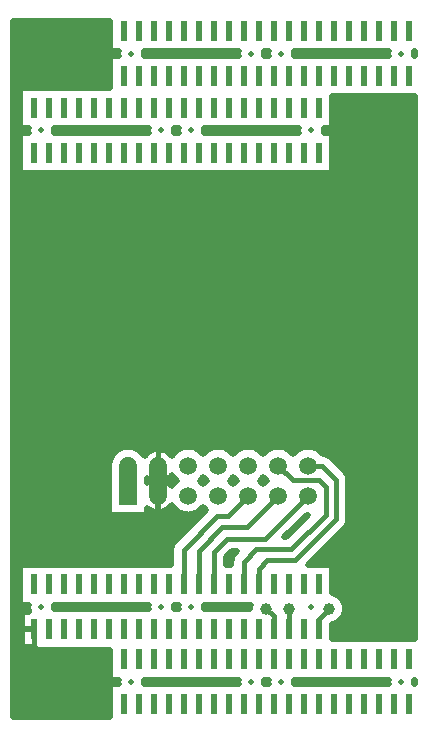
<source format=gbr>
%FSTAX42Y42*%
%MOMM*%
%SFA1B1*%

%IPPOS*%
%ADD10C,0.499999*%
%ADD11C,0.399999*%
%ADD12C,0.299999*%
%ADD14R,1.499997X1.499997*%
%ADD15C,1.499997*%
%ADD16C,0.499999*%
%ADD17C,0.999998*%
%ADD18R,0.599999X1.699997*%
%ADD19C,1.499997*%
%LNpcb_monitoring_connecta10-1*%
%LPD*%
G54D10*
X-000053Y005669D02*
D01*
X-000054Y005677*
X-000055Y005685*
X-000054Y00569*
X-000053Y005669D02*
D01*
X-000054Y005677*
X-000055Y005685*
X-000054Y00569*
Y005649D02*
D01*
X-000053Y005657*
X-000053Y005665*
X-000053Y005669*
X-000054Y005649D02*
D01*
X-000053Y005657*
X-000053Y005665*
X-000053Y005669*
X-000271Y00569D02*
D01*
X-000273Y005683*
X-000273Y005675*
X-000273Y005668*
X-000273Y00566*
X-000272Y005652*
X-000271Y005649*
Y00569D02*
D01*
X-000273Y005683*
X-000273Y005675*
X-000273Y005668*
X-000273Y00566*
X-000272Y005652*
X-000271Y005649*
X-001069Y005669D02*
D01*
X-00107Y005677*
X-001071Y005685*
X-00107Y00569*
X-001069Y005669D02*
D01*
X-00107Y005677*
X-001071Y005685*
X-00107Y00569*
Y005649D02*
D01*
X-001069Y005657*
X-001069Y005665*
X-001069Y005669*
X-00107Y005649D02*
D01*
X-001069Y005657*
X-001069Y005665*
X-001069Y005669*
X-000815Y005022D02*
D01*
X-000816Y00503*
X-000817Y005038*
X-000817Y005042*
X-000815Y005022D02*
D01*
X-000816Y00503*
X-000817Y005038*
X-000817Y005042*
Y005001D02*
D01*
X-000816Y005009*
X-000816Y005017*
X-000815Y005022*
X-001033Y005042D02*
D01*
X-001035Y005035*
X-001035Y005027*
X-001035Y00502*
X-001035Y005012*
X-001034Y005004*
X-001033Y005001*
X-000817D02*
D01*
X-000816Y005009*
X-000816Y005017*
X-000815Y005022*
X-001033Y005042D02*
D01*
X-001035Y005035*
X-001035Y005027*
X-001035Y00502*
X-001035Y005012*
X-001034Y005004*
X-001033Y005001*
X-000759Y002251D02*
D01*
X-000765Y002256*
X-000771Y002261*
X-000777Y002265*
X-000783Y002269*
X-000789Y002272*
X-000796Y002275*
X-000803Y002278*
X-00081Y002279*
X-000817Y002281*
X-000824Y002282*
X-000826Y002281*
X-000759Y002251D02*
D01*
X-000765Y002256*
X-000771Y002261*
X-000777Y002265*
X-000783Y002269*
X-000789Y002272*
X-000796Y002275*
X-000803Y002278*
X-00081Y002279*
X-000817Y002281*
X-000824Y002282*
X-000826Y002281*
D01*
X-000834Y00229*
X-000842Y002298*
X-00085Y002305*
X-000859Y002312*
X-000868Y002318*
X-000878Y002324*
X-000888Y002328*
X-000898Y002333*
X-000909Y002336*
X-00092Y002338*
X-000931Y00234*
X-000942Y002341*
X-000953Y002342*
X-000965Y002341*
X-000976Y00234*
X-000987Y002338*
X-000997Y002335*
X-001008Y002331*
X-001018Y002327*
X-001028Y002322*
X-001038Y002316*
X-001047Y00231*
X-001056Y002303*
X-001064Y002295*
X-001072Y002287*
X-001078Y002278*
D01*
X-001086Y002287*
X-001093Y002295*
X-001101Y002303*
X-00111Y00231*
X-001119Y002316*
X-001129Y002322*
X-001139Y002327*
X-001149Y002331*
X-00116Y002335*
X-001171Y002337*
X-001182Y002339*
X-001193Y002341*
X-001204Y002341*
X-001215Y002341*
X-001226Y00234*
X-001237Y002338*
X-001248Y002336*
X-001259Y002332*
X-001269Y002328*
X-001279Y002323*
X-001289Y002318*
X-001298Y002312*
X-001307Y002305*
X-001315Y002298*
X-001323Y00229*
X-00133Y002281*
X-001332Y002278*
X-001287Y00569D02*
D01*
X-001289Y005683*
X-001289Y005675*
X-001289Y005668*
X-001289Y00566*
X-001288Y005652*
X-001287Y005649*
Y00569D02*
D01*
X-001289Y005683*
X-001289Y005675*
X-001289Y005668*
X-001289Y00566*
X-001288Y005652*
X-001287Y005649*
X-001324D02*
D01*
X-001323Y005657*
X-001323Y005665*
X-001323Y005669*
D01*
X-001324Y005677*
X-001325Y005685*
X-001324Y00569*
X-001323Y005669D02*
D01*
X-001324Y005677*
X-001325Y005685*
X-001324Y00569*
X-001541D02*
D01*
X-001543Y005683*
X-001543Y005675*
X-001543Y005668*
X-001543Y00566*
X-001542Y005652*
X-001541Y005649*
Y00569D02*
D01*
X-001543Y005683*
X-001543Y005675*
X-001543Y005668*
X-001543Y00566*
X-001542Y005652*
X-001541Y005649*
X-001324D02*
D01*
X-001323Y005657*
X-001323Y005665*
X-001323Y005669*
X-001831Y005022D02*
D01*
X-001832Y00503*
X-001833Y005038*
X-001833Y005042*
X-001332Y002278D02*
D01*
X-00134Y002287*
X-001347Y002295*
X-001355Y002303*
X-001364Y00231*
X-001373Y002316*
X-001383Y002322*
X-001393Y002327*
X-001403Y002331*
X-001414Y002335*
X-001425Y002337*
X-001436Y002339*
X-001447Y002341*
X-001458Y002341*
X-001469Y002341*
X-00148Y00234*
X-001491Y002338*
X-001502Y002336*
X-001513Y002332*
X-001523Y002328*
X-001533Y002323*
X-001543Y002318*
X-001552Y002312*
X-001561Y002305*
X-001569Y002298*
X-001577Y00229*
X-001584Y002281*
X-001586Y002278*
X-001831Y005022D02*
D01*
X-001832Y00503*
X-001833Y005038*
X-001833Y005042*
Y005001D02*
D01*
X-001832Y005009*
X-001832Y005017*
X-001831Y005022*
X-001833Y005001D02*
D01*
X-001832Y005009*
X-001832Y005017*
X-001831Y005022*
X-001586Y002278D02*
D01*
X-001594Y002287*
X-001601Y002295*
X-001609Y002303*
X-001618Y00231*
X-001627Y002316*
X-001637Y002322*
X-001647Y002327*
X-001657Y002331*
X-001668Y002335*
X-001679Y002337*
X-00169Y002339*
X-001701Y002341*
X-001712Y002341*
X-001723Y002341*
X-001734Y00234*
X-001745Y002338*
X-001756Y002336*
X-001767Y002332*
X-001777Y002328*
X-001787Y002323*
X-001797Y002318*
X-001806Y002312*
X-001815Y002305*
X-001823Y002298*
X-001831Y00229*
X-001838Y002281*
X-00184Y002278*
X-000611Y002059D02*
D01*
X-000612Y002067*
X-000613Y002074*
X-000614Y002081*
X-000616Y002088*
X-000618Y002095*
X-000621Y002102*
X-000624Y002109*
X-000627Y002115*
X-000632Y002121*
X-000636Y002127*
X-000641Y002132*
X-000641Y002133*
X-000611Y002059D02*
D01*
X-000612Y002067*
X-000613Y002074*
X-000614Y002081*
X-000616Y002088*
X-000618Y002095*
X-000621Y002102*
X-000624Y002109*
X-000627Y002115*
X-000632Y002121*
X-000636Y002127*
X-000641Y002132*
X-000641Y002133*
Y001652D02*
D01*
X-000637Y001658*
X-000632Y001664*
X-000628Y00167*
X-000624Y001676*
X-000621Y001682*
X-000618Y001689*
X-000615Y001696*
X-000614Y001703*
X-000612Y00171*
X-000611Y001717*
X-000611Y001725*
X-000611Y001726*
X-000641Y001652D02*
D01*
X-000637Y001658*
X-000632Y001664*
X-000628Y00167*
X-000624Y001676*
X-000621Y001682*
X-000618Y001689*
X-000615Y001696*
X-000614Y001703*
X-000612Y00171*
X-000611Y001717*
X-000611Y001725*
X-000611Y001726*
X-000962Y001767D02*
D01*
X-00096Y001767*
X-000958Y001767*
X-000956Y001767*
X-000954Y001767*
X-000951Y001767*
Y001767*
X-000639Y000969D02*
D01*
X-00064Y000979*
X-000641Y000988*
X-000642Y000998*
X-000645Y001007*
X-000648Y001016*
X-000651Y001024*
X-000655Y001033*
X-00066Y001041*
X-000665Y001049*
X-000671Y001056*
X-000677Y001063*
X-000684Y00107*
X-000691Y001076*
X-000699Y001081*
X-000707Y001086*
X-000715Y001091*
X-000724Y001095*
X-000733Y001098*
X-000742Y0011*
X-000747Y001101*
Y000837D02*
D01*
X-000738Y00084*
X-000729Y000843*
X-000721Y000846*
X-000712Y00085*
X-000704Y000855*
X-000696Y00086*
X-000689Y000866*
X-000682Y000872*
X-000675Y000879*
X-000669Y000886*
X-000663Y000893*
X-000658Y000901*
X-000654Y00091*
X-00065Y000918*
X-000647Y000927*
X-000644Y000936*
X-000642Y000945*
X-000641Y000954*
X-00064Y000964*
X-000639Y000969*
X-000053Y000349D02*
D01*
X-000054Y000357*
X-000055Y000365*
X-000055Y00037*
X-000053Y000349D02*
D01*
X-000054Y000357*
X-000055Y000365*
X-000055Y00037*
Y000329D02*
D01*
X-000054Y000337*
X-000054Y000345*
X-000053Y000349*
X-000271Y00037D02*
D01*
X-000273Y000363*
X-000273Y000355*
X-000273Y000348*
X-000273Y00034*
X-000272Y000332*
X-000271Y000329*
Y00037D02*
D01*
X-000273Y000363*
X-000273Y000355*
X-000273Y000348*
X-000273Y00034*
X-000272Y000332*
X-000271Y000329*
X-000055D02*
D01*
X-000054Y000337*
X-000054Y000345*
X-000053Y000349*
X-001302Y002054D02*
D01*
X-001311Y002047*
X-001319Y00204*
X-001327Y002032*
X-001332Y002024*
Y002084D02*
D01*
X-001325Y002076*
X-001318Y002068*
X-00131Y00206*
X-001302Y002054*
X-001362D02*
D01*
X-001354Y002062*
X-001346Y002069*
X-001338Y002077*
X-001332Y002084*
X-001586D02*
D01*
X-001579Y002076*
X-001572Y002068*
X-001564Y00206*
X-001556Y002054*
X-001332Y002024D02*
D01*
X-00134Y002033*
X-001347Y002041*
X-001355Y002049*
X-001362Y002054*
X-001556D02*
D01*
X-001565Y002047*
X-001573Y00204*
X-001581Y002032*
X-001586Y002024*
X-001437Y001005D02*
D01*
X-00144Y000996*
X-001441Y000987*
X-001442Y000978*
X-001442Y000968*
X-001441Y000964*
X-001571Y00144D02*
D01*
X-001576Y001435*
X-001581Y001429*
X-001585Y001423*
X-001589Y001417*
X-001592Y001411*
X-001595Y001404*
X-001598Y001397*
X-001599Y00139*
X-001601Y001383*
X-001602Y001376*
X-001602Y001368*
X-001602Y001365*
X-001571Y00144D02*
D01*
X-001576Y001435*
X-001581Y001429*
X-001585Y001423*
X-001589Y001417*
X-001592Y001411*
X-001595Y001404*
X-001598Y001397*
X-001599Y00139*
X-001601Y001383*
X-001602Y001376*
X-001602Y001368*
X-001602Y001365*
X-001586Y002024D02*
D01*
X-001594Y002033*
X-001601Y002041*
X-001609Y002049*
X-001616Y002054*
D01*
X-001608Y002062*
X-0016Y002069*
X-001592Y002077*
X-001586Y002084*
X-00184D02*
D01*
X-001833Y002076*
X-001826Y002068*
X-001818Y00206*
X-00181Y002054*
D01*
X-001819Y002047*
X-001827Y00204*
X-001835Y002032*
X-00184Y002024*
Y00183D02*
D01*
X-001833Y001822*
X-001826Y001814*
X-001817Y001806*
X-00187Y002054D02*
D01*
X-001862Y002062*
X-001854Y002069*
X-001846Y002077*
X-00184Y002084*
Y002024D02*
D01*
X-001848Y002033*
X-001855Y002041*
X-001863Y002049*
X-00187Y002054*
X-001831Y000984D02*
D01*
X-001832Y000992*
X-001833Y001*
X-001833Y001005*
X-001831Y000984D02*
D01*
X-001832Y000992*
X-001833Y001*
X-001833Y001005*
Y000964D02*
D01*
X-001832Y000972*
X-001832Y00098*
X-001831Y000984*
X-001069Y000349D02*
D01*
X-00107Y000357*
X-001071Y000365*
X-001071Y00037*
Y000329D02*
D01*
X-00107Y000337*
X-00107Y000345*
X-001069Y000349*
D01*
X-00107Y000357*
X-001071Y000365*
X-001071Y00037*
X-001323Y000349D02*
D01*
X-001324Y000357*
X-001325Y000365*
X-001325Y00037*
X-001323Y000349D02*
D01*
X-001324Y000357*
X-001325Y000365*
X-001325Y00037*
X-001071Y000329D02*
D01*
X-00107Y000337*
X-00107Y000345*
X-001069Y000349*
X-001287Y00037D02*
D01*
X-001289Y000363*
X-001289Y000355*
X-001289Y000348*
X-001289Y00034*
X-001288Y000332*
X-001287Y000329*
Y00037D02*
D01*
X-001289Y000363*
X-001289Y000355*
X-001289Y000348*
X-001289Y00034*
X-001288Y000332*
X-001287Y000329*
X-001541Y00037D02*
D01*
X-001543Y000363*
X-001543Y000355*
X-001543Y000348*
X-001543Y00034*
X-001542Y000332*
X-001541Y000329*
Y00037D02*
D01*
X-001543Y000363*
X-001543Y000355*
X-001543Y000348*
X-001543Y00034*
X-001542Y000332*
X-001541Y000329*
X-001325D02*
D01*
X-001324Y000337*
X-001324Y000345*
X-001323Y000349*
X-001325Y000329D02*
D01*
X-001324Y000337*
X-001324Y000345*
X-001323Y000349*
X-001833Y000964D02*
D01*
X-001832Y000972*
X-001832Y00098*
X-001831Y000984*
X-002049Y005042D02*
D01*
X-002051Y005035*
X-002051Y005027*
X-002051Y00502*
X-002051Y005012*
X-00205Y005004*
X-002049Y005001*
Y005042D02*
D01*
X-002051Y005035*
X-002051Y005027*
X-002051Y00502*
X-002051Y005012*
X-00205Y005004*
X-002049Y005001*
X-002085Y005022D02*
D01*
X-002086Y00503*
X-002087Y005038*
X-002087Y005042*
X-002085Y005022D02*
D01*
X-002086Y00503*
X-002087Y005038*
X-002087Y005042*
Y005001D02*
D01*
X-002086Y005009*
X-002086Y005017*
X-002085Y005022*
X-002087Y005001D02*
D01*
X-002086Y005009*
X-002086Y005017*
X-002085Y005022*
X-002303Y005042D02*
D01*
X-002305Y005035*
X-002305Y005027*
X-002305Y00502*
X-002305Y005012*
X-002304Y005004*
X-002303Y005001*
Y005042D02*
D01*
X-002305Y005035*
X-002305Y005027*
X-002305Y00502*
X-002305Y005012*
X-002304Y005004*
X-002303Y005001*
X-002339Y005669D02*
D01*
X-00234Y005677*
X-002341Y005685*
X-00234Y00569*
X-002339Y005669D02*
D01*
X-00234Y005677*
X-002341Y005685*
X-00234Y00569*
Y005649D02*
D01*
X-002339Y005657*
X-002339Y005665*
X-002339Y005669*
X-00234Y005649D02*
D01*
X-002339Y005657*
X-002339Y005665*
X-002339Y005669*
X-00184Y002278D02*
D01*
X-001848Y002287*
X-001855Y002295*
X-001863Y002303*
X-001872Y00231*
X-001881Y002316*
X-001891Y002322*
X-001901Y002327*
X-001911Y002331*
X-001922Y002335*
X-001933Y002337*
X-001944Y002339*
X-001955Y002341*
X-001966Y002341*
X-001977Y002341*
X-001988Y00234*
X-001999Y002338*
X-00201Y002336*
X-002021Y002332*
X-002031Y002328*
X-002041Y002323*
X-002051Y002318*
X-00206Y002312*
X-002069Y002305*
X-002077Y002298*
X-002085Y00229*
X-002092Y002281*
X-002099Y002272*
X-002105Y002263*
X-002106Y002261*
D01*
X-002112Y002269*
X-002119Y002277*
X-002126Y002284*
X-002133Y00229*
X-002141Y002296*
X-002149Y002301*
X-002158Y002306*
X-002166Y00231*
X-002175Y002314*
X-002185Y002317*
X-002194Y002319*
X-002204Y00232*
X-002214Y002321*
X-002224Y002322*
X-002233Y002321*
X-002243Y00232*
X-002253Y002318*
X-002262Y002316*
X-002271Y002312*
X-00228Y002309*
X-002289Y002304*
X-002297Y002299*
X-002305Y002294*
X-002313Y002288*
X-00232Y002281*
X-002327Y002274*
X-002333Y002266*
X-002336Y002261*
D01*
X-002342Y002271*
X-002349Y00228*
X-002356Y002289*
X-002364Y002297*
X-002372Y002304*
X-002381Y002311*
X-00239Y002317*
X-0024Y002323*
X-00241Y002328*
X-00242Y002332*
X-002431Y002336*
X-002442Y002338*
X-002453Y00234*
X-002464Y002341*
X-002475Y002342*
X-002486Y002342*
X-002498Y00234*
X-002509Y002338*
X-002519Y002336*
X-00253Y002332*
X-002541Y002328*
X-002551Y002323*
X-00256Y002318*
X-00257Y002311*
X-002578Y002304*
X-002587Y002297*
X-002595Y002289*
X-002602Y00228*
X-002608Y002271*
X-002609Y002269*
X-002336Y002261D02*
D01*
X-002342Y002271*
X-002349Y00228*
X-002356Y002289*
X-002364Y002297*
X-002372Y002304*
X-002381Y002311*
X-00239Y002317*
X-0024Y002323*
X-00241Y002328*
X-00242Y002332*
X-002431Y002336*
X-002442Y002338*
X-002453Y00234*
X-002464Y002341*
X-002475Y002342*
X-002486Y002342*
X-002498Y00234*
X-002509Y002338*
X-002519Y002336*
X-00253Y002332*
X-002541Y002328*
X-002551Y002323*
X-00256Y002318*
X-00257Y002311*
X-002578Y002304*
X-002587Y002297*
X-002595Y002289*
X-002602Y00228*
X-002608Y002271*
X-002609Y002269*
X-002557Y00569D02*
D01*
X-002559Y005683*
X-002559Y005675*
X-002559Y005668*
X-002559Y00566*
X-002558Y005652*
X-002557Y005649*
Y00569D02*
D01*
X-002559Y005683*
X-002559Y005675*
X-002559Y005668*
X-002559Y00566*
X-002558Y005652*
X-002557Y005649*
X-002609Y002269D02*
D01*
X-002615Y00226*
X-00262Y00225*
X-002625Y00224*
X-002629Y002229*
X-002632Y002218*
X-002634Y002207*
X-002635Y002196*
X-002636Y002185*
X-002635Y002181*
X-002609Y002269D02*
D01*
X-002615Y00226*
X-00262Y00225*
X-002625Y00224*
X-002629Y002229*
X-002632Y002218*
X-002634Y002207*
X-002635Y002196*
X-002636Y002185*
X-002635Y002181*
X-003101Y005022D02*
D01*
X-003102Y00503*
X-003103Y005038*
X-003103Y005042*
X-003101Y005022D02*
D01*
X-003102Y00503*
X-003103Y005038*
X-003103Y005042*
Y005001D02*
D01*
X-003102Y005009*
X-003102Y005017*
X-003101Y005022*
X-003319Y005042D02*
D01*
X-003321Y005035*
X-003321Y005027*
X-003321Y00502*
X-003321Y005012*
X-00332Y005004*
X-003319Y005001*
Y005042D02*
D01*
X-003321Y005035*
X-003321Y005027*
X-003321Y00502*
X-003321Y005012*
X-00332Y005004*
X-003319Y005001*
X-003103D02*
D01*
X-003102Y005009*
X-003102Y005017*
X-003101Y005022*
X-002106Y001847D02*
D01*
X-002101Y001838*
X-002094Y001829*
X-002087Y00182*
X-002079Y001812*
X-002071Y001805*
X-002062Y001798*
X-002053Y001792*
X-002043Y001786*
X-002033Y001781*
X-002023Y001777*
X-002012Y001773*
X-002001Y001771*
X-00199Y001769*
X-001979Y001768*
X-001968Y001767*
X-001957Y001767*
X-001945Y001769*
X-001934Y001771*
X-001924Y001773*
X-001913Y001777*
X-001902Y001781*
X-001892Y001786*
X-001883Y001791*
X-001873Y001798*
X-001865Y001805*
X-001856Y001812*
X-001848Y00182*
X-001841Y001829*
X-00184Y00183*
X-002064Y002054D02*
D01*
X-002073Y002047*
X-002081Y00204*
X-002089Y002032*
X-002096Y002023*
X-002102Y002014*
X-002106Y002007*
Y002101D02*
D01*
X-002101Y002092*
X-002094Y002083*
X-002087Y002074*
X-002079Y002066*
X-002071Y002059*
X-002064Y002054*
X-002079Y001544D02*
D01*
X-002084Y001539*
X-002089Y001533*
X-002093Y001527*
X-002097Y001521*
X-0021Y001515*
X-002103Y001508*
X-002106Y001501*
X-002107Y001494*
X-002109Y001487*
X-00211Y00148*
X-00211Y001472*
X-00211Y00147*
X-002162Y002054D02*
D01*
X-002154Y002059*
X-002145Y002064*
X-002137Y00207*
X-00213Y002076*
X-002123Y002082*
X-002116Y002089*
X-00211Y002097*
X-002106Y002101*
Y002007D02*
D01*
X-002112Y002015*
X-002119Y002023*
X-002126Y00203*
X-002133Y002036*
X-002141Y002042*
X-002149Y002047*
X-002158Y002052*
X-002162Y002054*
X-002079Y001544D02*
D01*
X-002084Y001539*
X-002089Y001533*
X-002093Y001527*
X-002097Y001521*
X-0021Y001515*
X-002103Y001508*
X-002106Y001501*
X-002107Y001494*
X-002109Y001487*
X-00211Y00148*
X-00211Y001472*
X-00211Y00147*
X-002049Y001005D02*
D01*
X-002051Y000998*
X-002051Y00099*
X-002051Y000983*
X-002051Y000975*
X-00205Y000967*
X-002049Y000964*
X-002085Y000984D02*
D01*
X-002086Y000992*
X-002087Y001*
X-002087Y001005*
X-002085Y000984D02*
D01*
X-002086Y000992*
X-002087Y001*
X-002087Y001005*
X-002315Y001823D02*
D01*
X-002308Y001817*
X-0023Y001811*
X-002292Y001806*
X-002283Y001802*
X-002274Y001798*
X-002265Y001794*
X-002256Y001792*
X-002246Y001789*
X-002236Y001788*
X-002227Y001787*
X-002217Y001787*
X-002207Y001788*
X-002197Y001789*
X-002188Y001791*
X-002178Y001794*
X-002169Y001797*
X-00216Y001801*
X-002152Y001806*
X-002143Y001811*
X-002135Y001817*
X-002128Y001823*
X-002121Y00183*
X-002114Y001837*
X-002108Y001845*
X-002106Y001847*
X-00228Y002054D02*
D01*
X-002289Y00205*
X-002298Y002045*
X-002306Y002039*
X-002313Y002033*
X-002315Y002032*
Y002077D02*
D01*
X-002308Y002071*
X-0023Y002065*
X-002292Y00206*
X-002283Y002056*
X-00228Y002054*
X-002049Y001005D02*
D01*
X-002051Y000998*
X-002051Y00099*
X-002051Y000983*
X-002051Y000975*
X-00205Y000967*
X-002049Y000964*
X-002087D02*
D01*
X-002086Y000972*
X-002086Y00098*
X-002085Y000984*
X-002087Y000964D02*
D01*
X-002086Y000972*
X-002086Y00098*
X-002085Y000984*
X-002303Y001005D02*
D01*
X-002305Y000998*
X-002305Y00099*
X-002305Y000983*
X-002305Y000975*
X-002304Y000967*
X-002303Y000964*
Y001005D02*
D01*
X-002305Y000998*
X-002305Y00099*
X-002305Y000983*
X-002305Y000975*
X-002304Y000967*
X-002303Y000964*
X-002339Y000349D02*
D01*
X-00234Y000357*
X-002341Y000365*
X-002341Y00037*
Y000329D02*
D01*
X-00234Y000337*
X-00234Y000345*
X-002339Y000349*
X-002341Y000329D02*
D01*
X-00234Y000337*
X-00234Y000345*
X-002339Y000349*
D01*
X-00234Y000357*
X-002341Y000365*
X-002341Y00037*
X-002557D02*
D01*
X-002559Y000363*
X-002559Y000355*
X-002559Y000348*
X-002559Y00034*
X-002558Y000332*
X-002557Y000329*
Y00037D02*
D01*
X-002559Y000363*
X-002559Y000355*
X-002559Y000348*
X-002559Y00034*
X-002558Y000332*
X-002557Y000329*
X-003101Y000984D02*
D01*
X-003102Y000992*
X-003103Y001*
X-003103Y001005*
Y000964D02*
D01*
X-003102Y000972*
X-003102Y00098*
X-003101Y000984*
D01*
X-003102Y000992*
X-003103Y001*
X-003103Y001005*
Y000964D02*
D01*
X-003102Y000972*
X-003102Y00098*
X-003101Y000984*
X-003319Y001005D02*
D01*
X-003321Y000998*
X-003321Y00099*
X-003321Y000983*
X-003321Y000975*
X-00332Y000967*
X-003318Y00096*
X-003316Y000952*
X-003314Y000945*
X-003313Y000943*
X-003319Y001005D02*
D01*
X-003321Y000998*
X-003321Y00099*
X-003321Y000983*
X-003321Y000975*
X-00332Y000967*
X-003318Y00096*
X-003316Y000952*
X-003314Y000945*
X-003313Y000943*
X-000049Y005649D02*
Y00569D01*
X-000341D02*
X-000271D01*
X-000341D02*
X-000271D01*
X-000341Y005649D02*
X-000271D01*
X-000365Y00569D02*
X-000341D01*
X-000468D02*
X-000365D01*
X-000346Y005649D02*
Y00569D01*
X-000595D02*
X-000492D01*
X-000468D02*
X-000365D01*
X-000492D02*
X-000468D01*
X-000365Y005649D02*
X-000341D01*
X-000619Y00569D02*
X-000595D01*
X-000492*
X-000341Y005649D02*
X-000271D01*
X-000296D02*
Y00569D01*
X-000446Y005649D02*
Y00569D01*
X-000396Y005649D02*
Y00569D01*
X-000468Y005649D02*
X-000365D01*
X-000341Y005309D02*
X-000238D01*
X-000468Y005649D02*
X-000365D01*
X-000468Y005309D02*
X-000365D01*
X-000595Y005649D02*
X-000492D01*
X-000546D02*
Y00569D01*
X-000496Y005649D02*
Y00569D01*
X-000646Y005649D02*
Y00569D01*
X-000596Y005649D02*
Y00569D01*
X-000595Y005649D02*
X-000492D01*
X-000468*
X-000619D02*
X-000595D01*
X-000619Y005309D02*
X-000595D01*
X-000722Y00569D02*
X-000619D01*
X-000746D02*
X-000722D01*
X-000619*
X-000849D02*
X-000746D01*
X-000849D02*
X-000746D01*
Y005649D02*
X-000722D01*
X-000619*
X-001069Y00568D02*
X-000272D01*
X-000849Y005649D02*
X-000746D01*
X-00107Y00569D02*
X-001D01*
X-00107D02*
X-001D01*
X-000976*
X-000873D02*
X-000849D01*
X-000846Y005649D02*
Y00569D01*
X-000976D02*
X-000873D01*
X-000976D02*
X-000873D01*
X-000746Y005649D02*
Y00569D01*
X-000796Y005649D02*
Y00569D01*
X-000696Y005649D02*
Y00569D01*
X-000896Y005649D02*
Y00569D01*
X-000849Y005649D02*
X-000746D01*
X-000873D02*
X-000849D01*
X-000722D02*
X-000619D01*
X-000976D02*
X-000873D01*
X-000976D02*
X-000873D01*
X-000996D02*
Y00569D01*
X-000946Y005649D02*
Y00569D01*
X-001046Y005649D02*
Y00569D01*
X-001Y005649D02*
X-000976D01*
X-00107D02*
X-001D01*
X-00107D02*
X-001D01*
X-000214Y005309D02*
X-000111D01*
X-000214D02*
X-000111D01*
X-000049*
X-000238D02*
X-000214D01*
X-000747Y00528D02*
X-000049D01*
X-000747Y00513D02*
X-000049D01*
X-000747Y00508D02*
X-000049D01*
X-000747Y00523D02*
X-000049D01*
X-000747Y00518D02*
X-000049D01*
X-000595Y005309D02*
X-000492D01*
X-000722D02*
X-000619D01*
X-000595D02*
X-000492D01*
X-000746D02*
X-000722D01*
X-000619*
X-000365D02*
X-000341D01*
X-000238*
X-000492D02*
X-000468D01*
X-000365*
X-000747Y00488D02*
X-000049D01*
X-000747Y00493D02*
X-000049D01*
X-000747Y00483D02*
X-000049D01*
X-000815Y00503D02*
X-000049D01*
X-000747Y00498D02*
X-000049D01*
X-000747Y00478D02*
X-000049D01*
X-000738Y00223D02*
X-000049D01*
X-000747Y00473D02*
X-000049D01*
X-000815Y00228D02*
X-000049D01*
X-000746Y002238D02*
Y005309D01*
X-000696Y002188D02*
Y005309D01*
X-000747Y005042D02*
Y005309D01*
Y00468D02*
X-000049D01*
X-000747Y004661D02*
Y005001D01*
X-000796D02*
Y005042D01*
Y002275D02*
Y004661D01*
X-000817Y005042D02*
X-000747D01*
X-001104D02*
X-001033D01*
X-000817Y005001D02*
X-000747D01*
X-000977Y004661D02*
X-000874D01*
X-000977D02*
X-000874D01*
X-001046Y005001D02*
Y005042D01*
X-001096Y005001D02*
Y005042D01*
X-001128D02*
X-001104D01*
X-001033*
X-001104Y005001D02*
X-001033D01*
X-001104D02*
X-001033D01*
X-001831Y00503D02*
X-001035D01*
X-001128Y005001D02*
X-001104D01*
X-000874Y004661D02*
X-000747D01*
X-000896Y002331D02*
Y004661D01*
X-000846Y002302D02*
Y004661D01*
X-001001D02*
X-000977D01*
X-000946Y002341D02*
Y004661D01*
X-000893Y00233D02*
X-000049D01*
X-000996Y002335D02*
Y004661D01*
X-001046Y00231D02*
Y004661D01*
X-001104D02*
X-001001D01*
X-001104D02*
X-001001D01*
X-001128D02*
X-001104D01*
X-001096Y002298D02*
Y004661D01*
X-001147Y00233D02*
X-001009D01*
X-001296Y005649D02*
Y00569D01*
X-001324D02*
X-001287D01*
X-001324D02*
X-001287D01*
X-001323Y00568D02*
X-001288D01*
X-001324Y005649D02*
X-001287D01*
X-001324D02*
X-001287D01*
X-001546D02*
Y00569D01*
X-001382Y005042D02*
X-001358D01*
X-001611Y005649D02*
X-001541D01*
X-001596D02*
Y00569D01*
X-001255Y005042D02*
X-001231D01*
X-001246Y005001D02*
Y005042D01*
X-001296Y005001D02*
Y005042D01*
X-001358D02*
X-001255D01*
X-001358D02*
X-001255D01*
X-001196Y005001D02*
Y005042D01*
X-001146Y005001D02*
Y005042D01*
X-001231D02*
X-001128D01*
X-001231D02*
X-001128D01*
X-001496Y005001D02*
Y005042D01*
X-001446Y005001D02*
Y005042D01*
X-001509D02*
X-001485D01*
X-001546Y005001D02*
Y005042D01*
X-001397Y005001D02*
Y005042D01*
X-001346Y005001D02*
Y005042D01*
X-001485D02*
X-001382D01*
X-001485D02*
X-001382D01*
X-001611Y00569D02*
X-001541D01*
X-001635D02*
X-001611D01*
X-001541*
X-001738D02*
X-001635D01*
X-001738D02*
X-001635D01*
Y005649D02*
X-001611D01*
X-001541*
X-001738D02*
X-001635D01*
X-001738D02*
X-001635D01*
X-001865Y00569D02*
X-001762D01*
X-001889D02*
X-001865D01*
X-001762*
X-001992D02*
X-001889D01*
X-001992D02*
X-001889D01*
X-001696Y005649D02*
Y00569D01*
X-001646Y005649D02*
Y00569D01*
X-001762D02*
X-001738D01*
X-001746Y005649D02*
Y00569D01*
X-001739Y005042D02*
X-001636D01*
X-001762Y005649D02*
X-001738D01*
X-001612Y005042D02*
X-001509D01*
X-001865Y005649D02*
X-001762D01*
X-001865D02*
X-001762D01*
X-001612Y005042D02*
X-001509D01*
X-001646Y005001D02*
Y005042D01*
X-001739D02*
X-001636D01*
X-001746Y005001D02*
Y005042D01*
X-001846Y005649D02*
Y00569D01*
X-001796Y005649D02*
Y00569D01*
X-001946Y005649D02*
Y00569D01*
X-001896Y005649D02*
Y00569D01*
X-001889Y005649D02*
X-001865D01*
X-001992D02*
X-001889D01*
X-001992D02*
X-001889D01*
X-001231Y005001D02*
X-001128D01*
X-001255D02*
X-001231D01*
X-001128*
X-001358D02*
X-001255D01*
X-001358D02*
X-001255D01*
X-001231Y004661D02*
X-001128D01*
X-001231D02*
X-001128D01*
X-001358D02*
X-001255D01*
X-001231*
X-001509Y005001D02*
X-001485D01*
X-001596D02*
Y005042D01*
X-001485Y005001D02*
X-001382D01*
X-001612D02*
X-001509D01*
X-001612D02*
X-001509D01*
X-001382Y004661D02*
X-001358D01*
X-001255*
X-001485Y005001D02*
X-001382D01*
X-001358*
X-001196Y002341D02*
Y004661D01*
X-001246Y002336D02*
Y004661D01*
X-001146Y00233D02*
Y004661D01*
X-001485D02*
X-001382D01*
X-001296Y002313D02*
Y004661D01*
X-001401Y00233D02*
X-001263D01*
X-001346Y002294D02*
Y004661D01*
X-001485D02*
X-001382D01*
X-001546Y002315D02*
Y004661D01*
X-001596Y00229D02*
Y004661D01*
X-001612D02*
X-001509D01*
X-001612D02*
X-001509D01*
X-001446Y00234D02*
Y004661D01*
X-001397Y002328D02*
Y004661D01*
X-001509D02*
X-001485D01*
X-001496Y002337D02*
Y004661D01*
X-001636Y005042D02*
X-001612D01*
X-001696Y005001D02*
Y005042D01*
X-001739Y005001D02*
X-001636D01*
X-001763Y005042D02*
X-001739D01*
X-001833Y005001D02*
X-001763D01*
X-001739D02*
X-001636D01*
X-001612*
X-001763D02*
X-001739D01*
X-001763Y004661D02*
X-001739D01*
X-001833Y005042D02*
X-001763D01*
X-001796Y005001D02*
Y005042D01*
X-001833D02*
X-001763D01*
X-001833Y005001D02*
X-001763D01*
X-001993Y004661D02*
X-00189D01*
X-001866*
X-001739D02*
X-001636D01*
X-001696Y00234D02*
Y004661D01*
X-001646Y002326D02*
Y004661D01*
X-001866D02*
X-001763D01*
X-001746Y002338D02*
Y004661D01*
X-001636D02*
X-001612D01*
X-001655Y00233D02*
X-001517D01*
X-001739Y004661D02*
X-001636D01*
X-001796Y002318D02*
Y004661D01*
X-001846Y002286D02*
Y004661D01*
X-001993D02*
X-00189D01*
X-001866D02*
X-001763D01*
X-001909Y00233D02*
X-001771D01*
X-001896Y002324D02*
Y004661D01*
X-001946Y00234D02*
Y004661D01*
X-001996Y002338D02*
Y004661D01*
X-000611Y00198D02*
X-000049D01*
X-000611Y00203D02*
X-000049D01*
X-000611Y00193D02*
X-000049D01*
X-000638Y00213D02*
X-000049D01*
X-000613Y00208D02*
X-000049D01*
X-000611Y00188D02*
X-000049D01*
X-000611Y00183D02*
X-000049D01*
X-000611Y00178D02*
X-000049D01*
X-000621Y00168D02*
X-000049D01*
X-000611Y00173D02*
X-000049D01*
X-000611Y001726D02*
Y002059D01*
X-000646Y002138D02*
Y005309D01*
X-000654Y00103D02*
X-000049D01*
X-000646Y001012D02*
Y001647D01*
X-000096Y00071D02*
Y005309D01*
X-000146Y00071D02*
Y005309D01*
X-000049Y00071D02*
Y005309D01*
X-000296Y00071D02*
Y005309D01*
X-000196Y00071D02*
Y005309D01*
X-000366Y00071D02*
X-000342D01*
X-000246D02*
Y005309D01*
X-000639Y00098D02*
X-000049D01*
X-000645Y00093D02*
X-000049D01*
X-000396Y00071D02*
Y005309D01*
X-000346Y00071D02*
Y005309D01*
X-000496Y00071D02*
Y005309D01*
X-000446Y00071D02*
Y005309D01*
X-000546Y00071D02*
Y005309D01*
X-000469Y00071D02*
X-000366D01*
X-000646D02*
Y000926D01*
X-000596Y00071D02*
Y005309D01*
X-000664Y00163D02*
X-000049D01*
X-000688Y00218D02*
X-000049D01*
X-000714Y00158D02*
X-000049D01*
X-000764Y00153D02*
X-000049D01*
X-000949Y001344D02*
X-000641Y001652D01*
X-000814Y00148D02*
X-000049D01*
X-000747Y00133D02*
X-000049D01*
X-000864Y00143D02*
X-000049D01*
X-000914Y00138D02*
X-000049D01*
X-000759Y002251D02*
X-000641Y002133D01*
X-000796Y001344D02*
Y001497D01*
X-000846Y001344D02*
Y001447D01*
X-001141Y001576D02*
X-000951Y001767D01*
X-000896Y001344D02*
Y001397D01*
X-000874Y001344D02*
X-000747D01*
X-000949D02*
X-000874D01*
X-000949D02*
X-000874D01*
X-000747Y00113D02*
X-000049D01*
X-000747Y00118D02*
X-000049D01*
X-000697Y00108D02*
X-000049D01*
X-000747Y00128D02*
X-000049D01*
X-000747Y00123D02*
X-000049D01*
X-000673Y00088D02*
X-000049D01*
X-000747Y00083D02*
X-000049D01*
X-000747Y00078D02*
X-000049D01*
X-000747Y00073D02*
X-000049D01*
X-000746Y001101D02*
Y001547D01*
X-000696Y001079D02*
Y001597D01*
X-000747Y001101D02*
Y001344D01*
X-000746Y00071D02*
Y000837D01*
X-000696Y00071D02*
Y000859D01*
X-000747Y00071D02*
Y000837D01*
X-000215Y00071D02*
X-000112D01*
X-000215D02*
X-000112D01*
X-000049*
X-000342D02*
X-000239D01*
X-000215*
X-000342D02*
X-000239D01*
X-000342Y00037D02*
X-000271D01*
X-000366D02*
X-000342D01*
X-000469Y00071D02*
X-000366D01*
X-000469Y00037D02*
X-000366D01*
X-000596Y00071D02*
X-000493D01*
X-000469*
Y00037D02*
X-000366D01*
X-000342D02*
X-000271D01*
X-000596D02*
X-000493D01*
X-000469*
X-000049Y000329D02*
Y00037D01*
X-000296Y000329D02*
Y00037D01*
X-000342Y000329D02*
X-000271D01*
X-000366D02*
X-000342D01*
X-000271*
X-000396D02*
Y00037D01*
X-000346Y000329D02*
Y00037D01*
X-000496Y000329D02*
Y00037D01*
X-000446Y000329D02*
Y00037D01*
X-000469Y000329D02*
X-000366D01*
X-000469D02*
X-000366D01*
X-000546D02*
Y00037D01*
X-000493Y000329D02*
X-000469D01*
X-000596Y00071D02*
X-000493D01*
X-00062D02*
X-000596D01*
Y00037D02*
X-000493D01*
X-000723Y00071D02*
X-00062D01*
Y00037D02*
X-000596D01*
X-000723D02*
X-00062D01*
X-000596Y000329D02*
X-000493D01*
X-000723Y00037D02*
X-00062D01*
X-001071Y00033D02*
X-000271D01*
X-000723Y00071D02*
X-00062D01*
X-000747D02*
X-000723D01*
X-000646Y000329D02*
Y00037D01*
X-00085D02*
X-000747D01*
X-000723*
X-000874D02*
X-00085D01*
X-000747*
X-000977D02*
X-000874D01*
X-000977D02*
X-000874D01*
X-00062Y000329D02*
X-000596D01*
Y00037D01*
Y000329D02*
X-000493D01*
X-000746D02*
Y00037D01*
X-000696Y000329D02*
Y00037D01*
X-000723Y000329D02*
X-00062D01*
X-000723D02*
X-00062D01*
X-00085D02*
X-000747D01*
X-000723*
X-000846D02*
Y00037D01*
X-000796Y000329D02*
Y00037D01*
X-000946Y000329D02*
Y00037D01*
X-000896Y000329D02*
Y00037D01*
X-000874Y000329D02*
X-00085D01*
X-000747*
X-000977D02*
X-000874D01*
X-000977D02*
X-000874D01*
X-001Y00173D02*
X-000988D01*
X-000996Y001722D02*
Y001733D01*
X-001046Y001672D02*
Y001683D01*
X-00105Y00168D02*
X-001038D01*
X-0011Y00163D02*
X-001088D01*
X-001096Y001622D02*
Y001633D01*
X-00115Y00158D02*
X-001138D01*
X-001153Y001576D02*
X-001141D01*
X-001346Y00204D02*
Y002068D01*
X-001596Y002036D02*
Y002072D01*
X-001337Y00203D02*
X-001327D01*
X-001591D02*
X-001581D01*
X-001153Y001576D02*
X-000962Y001767D01*
X-001446Y000964D02*
Y001005D01*
X-001485D02*
X-001437D01*
X-001485D02*
X-001437D01*
X-001509D02*
X-001485D01*
X-001496Y000964D02*
Y001005D01*
X-001612D02*
X-001509D01*
X-001546Y000964D02*
Y001005D01*
X-001571Y00144D02*
X-001551Y001459D01*
X-001596Y001399D02*
Y001459D01*
X-001597D02*
X-001551D01*
X-001596Y000964D02*
Y001005D01*
X-001612Y001344D02*
X-001602D01*
Y001365*
X-001646Y001411D02*
X-001597Y001459D01*
X-001626Y00143D02*
X-001579D01*
X-001646Y00138D02*
X-0016D01*
X-001646Y001344D02*
X-001636D01*
X-001646D02*
X-001636D01*
X-001845Y00203D02*
X-001835D01*
X-001846Y002032D02*
Y002076D01*
Y001778D02*
Y001822D01*
X-001896Y001727D02*
Y001784D01*
X-001905Y00178D02*
X-001843D01*
X-001946Y001677D02*
Y001768D01*
X-001612Y001344D02*
X-001602D01*
X-001636D02*
X-001612D01*
Y001005D02*
X-001509D01*
X-001646Y001344D02*
Y001411D01*
X-001636Y001005D02*
X-001612D01*
X-001696Y000964D02*
Y001005D01*
X-001646Y000964D02*
Y001005D01*
X-001739D02*
X-001636D01*
X-001739D02*
X-001636D01*
X-001763D02*
X-001739D01*
X-001746Y000964D02*
Y001005D01*
X-001833D02*
X-001763D01*
X-001833D02*
X-001763D01*
X-001796Y000964D02*
Y001005D01*
X-001001Y00037D02*
X-000977D01*
X-001071D02*
X-001001D01*
X-001325D02*
X-001287D01*
X-001071D02*
X-001001D01*
X-001071Y000329D02*
X-001001D01*
X-001325Y00037D02*
X-001287D01*
X-001485Y000964D02*
X-001441D01*
X-001509D02*
X-001485D01*
X-001441*
X-001612Y00037D02*
X-001541D01*
X-001325Y00033D02*
X-001287D01*
X-001612Y00037D02*
X-001541D01*
X-001612Y000329D02*
X-001541D01*
X-001046D02*
Y00037D01*
X-000996Y000329D02*
Y00037D01*
X-001071Y000329D02*
X-001001D01*
X-000977*
X-001325D02*
X-001287D01*
X-001325D02*
X-001287D01*
X-001296D02*
Y00037D01*
X-001596Y000329D02*
Y00037D01*
X-001612Y000329D02*
X-001541D01*
X-001546D02*
Y00037D01*
X-001612Y000964D02*
X-001509D01*
X-001636D02*
X-001612D01*
X-001509*
X-001831Y00098D02*
X-001441D01*
X-001739Y000964D02*
X-001636D01*
X-001739Y00037D02*
X-001636D01*
X-001612*
X-001739Y000964D02*
X-001636D01*
X-001739Y00037D02*
X-001636D01*
X-001833Y000964D02*
X-001763D01*
X-001739*
X-001833D02*
X-001763D01*
X-001993Y00037D02*
X-00189D01*
X-001866D02*
X-001763D01*
X-001739*
X-001993D02*
X-00189D01*
X-001866*
X-001739Y000329D02*
X-001636D01*
X-001696D02*
Y00037D01*
X-001646Y000329D02*
Y00037D01*
X-001866D02*
X-001763D01*
X-001746Y000329D02*
Y00037D01*
X-001739Y000329D02*
X-001636D01*
X-001612*
X-001866D02*
X-001763D01*
X-001739*
X-001846D02*
Y00037D01*
X-001796Y000329D02*
Y00037D01*
X-001946Y000329D02*
Y00037D01*
X-001896Y000329D02*
Y00037D01*
X-00189Y000329D02*
X-001866D01*
X-001763*
X-001993D02*
X-00189D01*
X-001993D02*
X-00189D01*
X-002016Y00569D02*
X-001992D01*
X-001996Y005649D02*
Y00569D01*
X-002046Y005649D02*
Y00569D01*
X-002119D02*
X-002016D01*
X-002119D02*
X-002016D01*
X-002096Y005649D02*
Y00569D01*
X-002016Y005649D02*
X-001992D01*
X-002119D02*
X-002016D01*
X-002119D02*
X-002016D01*
X-002246Y00569D02*
X-002143D01*
X-002246D02*
X-002143D01*
X-002119*
X-00227D02*
X-002246D01*
X-002296Y005649D02*
Y00569D01*
X-002246Y005649D02*
X-002143D01*
X-002119*
X-00227D02*
X-002246D01*
Y00569D01*
X-002087Y005042D02*
X-002049D01*
X-002087D02*
X-002049D01*
X-002085Y00503D02*
X-002051D01*
X-002017Y004661D02*
X-001993D01*
X-002087Y005001D02*
X-002049D01*
X-002087D02*
X-002049D01*
X-002146Y005649D02*
Y00569D01*
X-002246Y005649D02*
X-002143D01*
X-002196D02*
Y00569D01*
X-00234D02*
X-00227D01*
X-00234D02*
X-00227D01*
X-002339Y00568D02*
X-001542D01*
X-00234Y005649D02*
X-00227D01*
X-00234D02*
X-00227D01*
X-002374Y005042D02*
X-002303D01*
X-002374D02*
X-002303D01*
X-003101Y00503D02*
X-002305D01*
X-002374Y005001D02*
X-002303D01*
X-002398Y005042D02*
X-002374D01*
X-002501D02*
X-002398D01*
X-002501D02*
X-002398D01*
X-002628D02*
X-002525D01*
X-002501*
X-002374Y005001D02*
X-002303D01*
X-002396D02*
Y005042D01*
X-002346Y005001D02*
Y005042D01*
X-002501Y005001D02*
X-002398D01*
X-002374*
X-002398Y004661D02*
X-002374D01*
X-002396Y00232D02*
Y004661D01*
X-002501Y005001D02*
X-002398D01*
X-002501Y004661D02*
X-002398D01*
X-002496Y005001D02*
Y005042D01*
X-002446Y005001D02*
Y005042D01*
X-002628Y005001D02*
X-002525D01*
X-002501*
X-002496Y00234D02*
Y004661D01*
X-002446Y002338D02*
Y004661D01*
X-002628D02*
X-002525D01*
X-002501*
X-003449Y00428D02*
X-000049D01*
X-003449Y00453D02*
X-000049D01*
X-003449Y00423D02*
X-000049D01*
X-003449Y00463D02*
X-000049D01*
X-003449Y00458D02*
X-000049D01*
X-003449Y00408D02*
X-000049D01*
X-003449Y00403D02*
X-000049D01*
X-003449Y00418D02*
X-000049D01*
X-003449Y00413D02*
X-000049D01*
X-002271Y004661D02*
X-002247D01*
X-002374D02*
X-002271D01*
X-002247D02*
X-002144D01*
X-002501D02*
X-002398D01*
X-002374D02*
X-002271D01*
X-00212D02*
X-002017D01*
X-00212D02*
X-002017D01*
X-002247D02*
X-002144D01*
X-00212*
X-002046Y00232D02*
Y004661D01*
X-002146Y002299D02*
Y004661D01*
X-002096Y002275D02*
Y004661D01*
X-003449Y00398D02*
X-000049D01*
X-003449Y00393D02*
X-000049D01*
X-002122Y00228D02*
X-002093D01*
X-002417Y00233D02*
X-002025D01*
X-002196Y002319D02*
Y004661D01*
X-002246Y002319D02*
Y004661D01*
X-002296Y002299D02*
Y004661D01*
X-002346Y002276D02*
Y004661D01*
X-002349Y00228D02*
X-00232D01*
X-003449Y00348D02*
X-000049D01*
X-003449Y00353D02*
X-000049D01*
X-003449Y00343D02*
X-000049D01*
X-003449Y00363D02*
X-000049D01*
X-003449Y00358D02*
X-000049D01*
X-003449Y00328D02*
X-000049D01*
X-003449Y00323D02*
X-000049D01*
X-003449Y00338D02*
X-000049D01*
X-003449Y00333D02*
X-000049D01*
X-003449Y00433D02*
X-000049D01*
X-003449Y00438D02*
X-000049D01*
X-003449Y00388D02*
X-000049D01*
X-003449Y00448D02*
X-000049D01*
X-003449Y00443D02*
X-000049D01*
X-003449Y00373D02*
X-000049D01*
X-003449Y00368D02*
X-000049D01*
X-003449Y00383D02*
X-000049D01*
X-003449Y00378D02*
X-000049D01*
X-003449Y00263D02*
X-000049D01*
X-003449Y00268D02*
X-000049D01*
X-003449Y00258D02*
X-000049D01*
X-003449Y00278D02*
X-000049D01*
X-003449Y00273D02*
X-000049D01*
X-003449Y00243D02*
X-000049D01*
X-003449Y00238D02*
X-000049D01*
X-003449Y00253D02*
X-000049D01*
X-003449Y00248D02*
X-000049D01*
X-003449Y00308D02*
X-000049D01*
X-003449Y00303D02*
X-000049D01*
X-003449Y00318D02*
X-000049D01*
X-003449Y00313D02*
X-000049D01*
X-003449Y00288D02*
X-000049D01*
X-003449Y00283D02*
X-000049D01*
X-003449Y00298D02*
X-000049D01*
X-003449Y00293D02*
X-000049D01*
X-002627Y00569D02*
Y005949D01*
Y00569D02*
X-002557D01*
X-002646Y005382D02*
Y005949D01*
X-002596Y005649D02*
Y00569D01*
X-002627Y005382D02*
Y005649D01*
X-002557*
X-002652Y005382D02*
X-002628D01*
X-002755D02*
X-002652D01*
X-002746D02*
Y005949D01*
X-002696Y005382D02*
Y005949D01*
X-002896Y005382D02*
Y005949D01*
X-002846Y005382D02*
Y005949D01*
X-002779Y005382D02*
X-002755D01*
X-002652*
X-002882D02*
X-002779D01*
X-002882D02*
X-002779D01*
X-002746Y005001D02*
Y005042D01*
X-002779D02*
X-002755D01*
X-002696Y005001D02*
Y005042D01*
X-002882D02*
X-002779D01*
X-002882D02*
X-002779D01*
X-002646Y005001D02*
Y005042D01*
X-002596Y005001D02*
Y005042D01*
X-002755D02*
X-002652D01*
X-002628*
X-002906Y005382D02*
X-002882D01*
X-002796D02*
Y005949D01*
X-002996Y005382D02*
Y005949D01*
X-002946Y005382D02*
Y005949D01*
X-002846Y005001D02*
Y005042D01*
X-002796Y005001D02*
Y005042D01*
X-003009Y005382D02*
X-002906D01*
Y005042D02*
X-002882D01*
X-003449Y00583D02*
X-002627D01*
X-003449Y00588D02*
X-002627D01*
X-003449Y00578D02*
X-002627D01*
X-003449Y005949D02*
X-002627D01*
X-003449Y00593D02*
X-002627D01*
X-003449Y00563D02*
X-002627D01*
X-003449Y00558D02*
X-002627D01*
X-003449Y00573D02*
X-002627D01*
X-003449Y00568D02*
X-002558D01*
X-003296Y005382D02*
Y005949D01*
X-003346Y005382D02*
Y005949D01*
X-003146Y005382D02*
Y005949D01*
X-003449Y00553D02*
X-002627D01*
X-003449Y00548D02*
X-002627D01*
X-003263Y005382D02*
X-00316D01*
X-003136*
X-003449Y00543D02*
X-002627D01*
X-003263Y005382D02*
X-00316D01*
X-003046D02*
Y005949D01*
X-003096Y005382D02*
Y005949D01*
X-003033Y005382D02*
X-003009D01*
X-003246D02*
Y005949D01*
X-003196Y005382D02*
Y005949D01*
X-003136Y005382D02*
X-003033D01*
X-003009D02*
X-002906D01*
X-00339D02*
X-003263D01*
X-003136D02*
X-003033D01*
X-003449Y00538D02*
X-00339D01*
Y005042D02*
Y005382D01*
X-003449Y00533D02*
X-00339D01*
X-003449Y00528D02*
X-00339D01*
X-003449Y00513D02*
X-00339D01*
X-003449Y00508D02*
X-00339D01*
X-003449Y00523D02*
X-00339D01*
X-003449Y00518D02*
X-00339D01*
X-002628Y005042D02*
X-002525D01*
X-002546Y005001D02*
Y005042D01*
X-002628Y005001D02*
X-002525D01*
X-002755Y005042D02*
X-002652D01*
Y005001D02*
X-002628D01*
X-002755D02*
X-002652D01*
X-002755D02*
X-002652D01*
X-002882D02*
X-002779D01*
X-002755*
X-002896D02*
Y005042D01*
X-003009D02*
X-002906D01*
X-002882Y005001D02*
X-002779D01*
X-003033Y005042D02*
X-003009D01*
X-002906*
X-003009Y005001D02*
X-002906D01*
X-002882*
X-003033D02*
X-003009D01*
X-002906*
X-002628Y004661D02*
X-002525D01*
X-002546Y002324D02*
Y004661D01*
X-002596Y002286D02*
Y004661D01*
X-002779D02*
X-002755D01*
X-002652D02*
X-002628D01*
X-002755D02*
X-002652D01*
X-002755D02*
X-002652D01*
X-002906D02*
X-002882D01*
X-002779*
X-002996Y005001D02*
Y005042D01*
X-002946Y005001D02*
Y005042D01*
X-003009Y004661D02*
X-002906D01*
X-002882D02*
X-002779D01*
X-003033D02*
X-003009D01*
X-002906*
X-003103Y005042D02*
X-003033D01*
X-003096Y005001D02*
Y005042D01*
X-003046Y005001D02*
Y005042D01*
X-003103D02*
X-003033D01*
X-003103Y005001D02*
X-003033D01*
X-003103D02*
X-003033D01*
X-003346D02*
Y005042D01*
X-00339D02*
X-003319D01*
X-003449Y00503D02*
X-003321D01*
X-00339Y005001D02*
X-003319D01*
X-003449Y00498D02*
X-00339D01*
X-003449Y00493D02*
X-00339D01*
X-003136Y004661D02*
X-003033D01*
X-00316D02*
X-003136D01*
X-003033*
X-003263D02*
X-00316D01*
X-003449Y00233D02*
X-002533D01*
X-003449Y00218D02*
X-002635D01*
X-003449Y00213D02*
X-002635D01*
X-003449Y00228D02*
X-002601D01*
X-003449Y00223D02*
X-002627D01*
X-003449Y00488D02*
X-00339D01*
Y004661D02*
Y005001D01*
X-003449Y00483D02*
X-00339D01*
X-003449Y00478D02*
X-00339D01*
Y004661D02*
X-003263D01*
X-00316*
X-003449Y00473D02*
X-00339D01*
X-003449Y00468D02*
X-00339D01*
X-002079Y001544D02*
X-001817Y001806D01*
X-002126Y00203D02*
X-002089D01*
X-001996Y001627D02*
Y00177D01*
X-002046Y001577D02*
Y001788D01*
X-002315Y00178D02*
X-00203D01*
X-002124Y00208D02*
X-002091D01*
X-002146Y002045D02*
Y002063D01*
X-002096Y002021D02*
Y002087D01*
X-002296Y002045D02*
Y002063D01*
X-00212Y00183D02*
X-002094D01*
X-002096Y001521D02*
Y001833D01*
X-00211Y001344D02*
Y00147D01*
X-002087Y001005D02*
X-002049D01*
X-00212Y001344D02*
X-00211D01*
X-00212D02*
X-00211D01*
X-002087Y001005D02*
X-002049D01*
X-002196Y001344D02*
Y001789D01*
X-002146Y001344D02*
Y001809D01*
X-002296Y001344D02*
Y001809D01*
X-002246Y001344D02*
Y001789D01*
X-002247Y001344D02*
X-002144D01*
X-00212*
X-002271D02*
X-002247D01*
X-002144*
X-003449Y00173D02*
X-001893D01*
X-003449Y00168D02*
X-001943D01*
X-003449Y00163D02*
X-001993D01*
X-003449Y00158D02*
X-002043D01*
X-003449Y00143D02*
X-00211D01*
X-003449Y00138D02*
X-00211D01*
X-003449Y00153D02*
X-002091D01*
X-003449Y00148D02*
X-002109D01*
X-002315Y001767D02*
Y001823D01*
Y002032D02*
Y002077D01*
Y002032D02*
Y002077D01*
X-002398Y001344D02*
X-002374D01*
X-002396D02*
Y001767D01*
X-002635D02*
X-002315D01*
X-002446Y001344D02*
Y001767D01*
X-002374Y001344D02*
X-002271D01*
X-002374D02*
X-002271D01*
X-002346D02*
Y001767D01*
X-002525Y001344D02*
X-002501D01*
X-002496D02*
Y001767D01*
X-002398Y001005D02*
X-002374D01*
X-002303*
X-002501Y001344D02*
X-002398D01*
X-002501D02*
X-002398D01*
X-002596D02*
Y001767D01*
X-002546Y001344D02*
Y001767D01*
X-002628Y001344D02*
X-002525D01*
X-002628D02*
X-002525D01*
Y001005D02*
X-002501D01*
X-002546Y000964D02*
Y001005D01*
X-002628D02*
X-002525D01*
X-002596Y000964D02*
Y001005D01*
X-002085Y00098D02*
X-002051D01*
X-002087Y000964D02*
X-002049D01*
X-002087D02*
X-002049D01*
X-002017Y00037D02*
X-001993D01*
X-00212D02*
X-002017D01*
X-00212D02*
X-002017D01*
X-002247D02*
X-002144D01*
X-002247D02*
X-002144D01*
X-00212*
X-002271D02*
X-002247D01*
X-002341D02*
X-002271D01*
X-002341D02*
X-002271D01*
X-002017Y000329D02*
X-001993D01*
X-002046D02*
Y00037D01*
X-001996Y000329D02*
Y00037D01*
X-002341Y00033D02*
X-001541D01*
X-002096Y000329D02*
Y00037D01*
X-00212Y000329D02*
X-002017D01*
X-00212D02*
X-002017D01*
X-002247D02*
X-002144D01*
X-00212*
X-002196D02*
Y00037D01*
X-002146Y000329D02*
Y00037D01*
X-002296Y000329D02*
Y00037D01*
X-002246Y000329D02*
Y00037D01*
X-002271Y000329D02*
X-002247D01*
X-002144*
X-002374Y001005D02*
X-002303D01*
X-002346Y000964D02*
Y001005D01*
X-002374Y000964D02*
X-002303D01*
X-003101Y00098D02*
X-002305D01*
X-002396Y000964D02*
Y001005D01*
X-002398Y000964D02*
X-002374D01*
X-002303*
X-002501D02*
X-002398D01*
X-002501D02*
X-002398D01*
X-002501Y001005D02*
X-002398D01*
X-002496Y000964D02*
Y001005D01*
X-002446Y000964D02*
Y001005D01*
X-002628D02*
X-002525D01*
X-002501D02*
X-002398D01*
X-002628Y000964D02*
X-002525D01*
X-002501*
X-002628D02*
X-002525D01*
X-003449Y00053D02*
X-002628D01*
Y00037D02*
X-002557D01*
X-002596Y000329D02*
Y00037D01*
X-002341Y000329D02*
X-002271D01*
X-002341D02*
X-002271D01*
X-003449Y00033D02*
X-002557D01*
X-002628Y000329D02*
X-002557D01*
X-003449Y00048D02*
X-002628D01*
Y00037D02*
Y000623D01*
X-003449Y00043D02*
X-002628D01*
X-003449Y000381D02*
X-002628D01*
X-003449Y00018D02*
X-002628D01*
Y000049D02*
Y000329D01*
X-003449Y00013D02*
X-002628D01*
X-003449Y00008D02*
X-002628D01*
X-002635Y001927D02*
Y002087D01*
Y001927D02*
Y002181D01*
X-002646Y001344D02*
Y004661D01*
X-002746Y001344D02*
Y004661D01*
X-002696Y001344D02*
Y004661D01*
X-002635Y001767D02*
Y001927D01*
X-002652Y001344D02*
X-002628D01*
X-002755D02*
X-002652D01*
X-002755D02*
X-002652D01*
X-002882D02*
X-002779D01*
X-002846D02*
Y004661D01*
X-002796Y001344D02*
Y004661D01*
X-002996Y001344D02*
Y004661D01*
X-002882Y001344D02*
X-002779D01*
X-002906D02*
X-002882D01*
X-002779D02*
X-002755D01*
X-003009D02*
X-002906D01*
X-003009D02*
X-002906D01*
X-002746Y000964D02*
Y001005D01*
X-002779D02*
X-002755D01*
X-002796Y000964D02*
Y001005D01*
X-002882D02*
X-002779D01*
X-002882D02*
X-002779D01*
X-002696Y000964D02*
Y001005D01*
X-002646Y000964D02*
Y001005D01*
X-002755D02*
X-002652D01*
X-002755D02*
X-002652D01*
X-002896Y001344D02*
Y004661D01*
Y000964D02*
Y001005D01*
X-002946Y001344D02*
Y004661D01*
X-002906Y001005D02*
X-002882D01*
X-002946Y000964D02*
Y001005D01*
X-002846Y000964D02*
Y001005D01*
X-003009D02*
X-002906D01*
X-003009D02*
X-002906D01*
X-003449Y00193D02*
X-002635D01*
X-003449Y00198D02*
X-002635D01*
X-003449Y00188D02*
X-002635D01*
X-003449Y00208D02*
X-002635D01*
X-003449Y00203D02*
X-002635D01*
X-003136Y001344D02*
X-003033D01*
X-003009*
X-003449Y00183D02*
X-002635D01*
X-003449Y00178D02*
X-002635D01*
X-003096Y001344D02*
Y004661D01*
X-003146Y001344D02*
Y004661D01*
X-003046Y001344D02*
Y004661D01*
X-003296Y001344D02*
Y004661D01*
X-003246Y001344D02*
Y004661D01*
X-003196Y001344D02*
Y004661D01*
X-00316Y001344D02*
X-003136D01*
X-003263D02*
X-00316D01*
X-003263D02*
X-00316D01*
X-00339D02*
X-003263D01*
X-003346D02*
Y004661D01*
X-003136Y001344D02*
X-003033D01*
X-003449Y00133D02*
X-00339D01*
X-003449Y00123D02*
X-00339D01*
X-003096Y000964D02*
Y001005D01*
X-003449Y00118D02*
X-00339D01*
X-003103Y001005D02*
X-003033D01*
X-00339D02*
Y001344D01*
X-003396Y000049D02*
Y005949D01*
X-003449Y000049D02*
Y005949D01*
X-003446Y000049D02*
Y005949D01*
X-003449Y00108D02*
X-00339D01*
X-003449Y00103D02*
X-00339D01*
X-003449Y00128D02*
X-00339D01*
X-003449Y00113D02*
X-00339D01*
X-002652Y000964D02*
X-002628D01*
X-002652Y001005D02*
X-002628D01*
X-002755Y000964D02*
X-002652D01*
X-002779D02*
X-002755D01*
X-002652*
X-002755Y000623D02*
X-002652D01*
X-002628*
X-002882Y000964D02*
X-002779D01*
X-002755Y000623D02*
X-002652D01*
X-002996Y000964D02*
Y001005D01*
X-003033D02*
X-003009D01*
X-002906Y000964D02*
X-002882D01*
X-003103Y001005D02*
X-003033D01*
X-003046Y000964D02*
Y001005D01*
X-003009Y000964D02*
X-002906D01*
X-002882D02*
X-002779D01*
X-003033D02*
X-003009D01*
X-002906*
X-002882Y000623D02*
X-002779D01*
X-002846Y000049D02*
Y000623D01*
X-002796Y000049D02*
Y000623D01*
X-002906D02*
X-002882D01*
X-002779*
X-002696Y000049D02*
Y000623D01*
X-002646Y000049D02*
Y000623D01*
X-002779D02*
X-002755D01*
X-002746Y000049D02*
Y000623D01*
X-003033D02*
X-003009D01*
X-002996Y000049D02*
Y000623D01*
X-003096Y000049D02*
Y000623D01*
X-003046Y000049D02*
Y000623D01*
X-002946Y000049D02*
Y000623D01*
X-002896Y000049D02*
Y000623D01*
X-003009D02*
X-002906D01*
X-003009D02*
X-002906D01*
X-003103Y000964D02*
X-003033D01*
X-003103D02*
X-003033D01*
X-00337Y000943D02*
X-003313D01*
X-00339Y001005D02*
X-003319D01*
X-003449Y00098D02*
X-003321D01*
X-003346Y000943D02*
Y001005D01*
X-003449Y00093D02*
X-00337D01*
X-003449Y00088D02*
X-00337D01*
X-003449Y00073D02*
X-00337D01*
X-003449Y00068D02*
X-00337D01*
X-003449Y00083D02*
X-00337D01*
X-003449Y00078D02*
X-00337D01*
X-003136Y000623D02*
X-003033D01*
X-003136D02*
X-003033D01*
X-003146Y000049D02*
Y000623D01*
X-003263D02*
X-003136D01*
X-003196Y000049D02*
Y000623D01*
X-003449Y00023D02*
X-002628D01*
X-003449Y000049D02*
X-002628D01*
X-003449Y00058D02*
X-002628D01*
X-003449Y00028D02*
X-002628D01*
X-003263Y000623D02*
Y000644D01*
X-00337D02*
X-003263D01*
X-00337D02*
Y000943D01*
X-003296Y000049D02*
Y000644D01*
X-003246Y000049D02*
Y000623D01*
X-003449Y00063D02*
X-003263D01*
X-003346Y000049D02*
Y000644D01*
X-003234Y001544D02*
X-002349D01*
X-002221Y001672*
Y001927*
X-003378Y000794D02*
X-003275D01*
X-003414Y000829D02*
X-003378Y000794D01*
X-003414Y000829D02*
Y001364D01*
X-003234Y001544*
G54D11*
X-002221Y002181D02*
Y002296D01*
Y001812D02*
Y001927D01*
X-003345Y000794D02*
X-003275D01*
Y000669D02*
Y000794D01*
X-001473Y001659D02*
X-001205Y001927D01*
X-002005Y001175D02*
Y00147D01*
X-001878Y001175D02*
Y001462D01*
X-001681Y001659*
X-001751Y001175D02*
Y001454D01*
X-001681Y001659D02*
X-001473D01*
X-001751Y001454D02*
X-001641Y001564D01*
X-001314*
X-000951Y001927*
X-002005Y00147D02*
X-001721Y001754D01*
X-001632*
X-001459Y001927*
X-00137Y001175D02*
Y00131D01*
X-000951Y002181D02*
X-000947Y002176D01*
X-001497Y001175D02*
Y001365D01*
X-001205Y002181D02*
X-001081Y002057D01*
X-000861*
X-000803Y001999*
Y001766D02*
Y001999D01*
X-000947Y002176D02*
X-000833D01*
X-000716Y002059*
X-001497Y001365D02*
X-001391Y001472D01*
X-001098*
X-000803Y001766*
X-00137Y00131D02*
X-001298Y001381D01*
X-001061*
X-000716Y001726*
Y002059*
X-001243Y000794D02*
Y000905D01*
X-001307Y000969D02*
X-001243Y000905D01*
X-001116Y000794D02*
Y000968D01*
X-000862Y000794D02*
Y000881D01*
X-000774Y000969*
G54D12*
X-001117Y000969D02*
X-001116Y000968D01*
G54D14*
X-002475Y001927D03*
G54D15*
X-002475Y002181D03*
X-002221Y001927D03*
Y002181D03*
X-001967Y001927D03*
Y002181D03*
X-001713Y001927D03*
Y002181D03*
X-001459Y001927D03*
Y002181D03*
X-001205D03*
Y001927D03*
X-000951Y002181D03*
Y001927D03*
G54D16*
X-001941Y000984D03*
X-000925D03*
X-003211D03*
X-002195D03*
X-002449Y005669D03*
X-001433D03*
X-001179D03*
X-000163D03*
X-003211Y005022D03*
X-002195D03*
X-001941D03*
X-000925D03*
X-002449Y000349D03*
X-001433D03*
X-001179D03*
X-000163D03*
G54D17*
X-001307Y000969D03*
X-001117D03*
X-000774D03*
G54D18*
X-000862Y000794D03*
Y001175D03*
X-000989Y000794D03*
X-001116D03*
X-000989Y001175D03*
X-001116D03*
X-001243Y000794D03*
Y001175D03*
X-00137Y000794D03*
Y001175D03*
X-001497Y000794D03*
Y001175D03*
X-001624Y000794D03*
Y001175D03*
X-001878D03*
X-002005D03*
Y000794D03*
X-001878D03*
X-001751Y001175D03*
Y000794D03*
X-002132D03*
Y001175D03*
X-002259Y000794D03*
X-002386D03*
X-002259Y001175D03*
X-002386D03*
X-002513Y000794D03*
Y001175D03*
X-00264Y000794D03*
Y001175D03*
X-002767Y000794D03*
Y001175D03*
X-002894Y000794D03*
Y001175D03*
X-003148D03*
X-003275D03*
Y000794D03*
X-003148D03*
X-003021Y001175D03*
Y000794D03*
X-001369Y005479D03*
Y00586D03*
X-001496Y005479D03*
X-001623D03*
X-001496Y00586D03*
X-001623D03*
X-00175Y005479D03*
Y00586D03*
X-001877Y005479D03*
Y00586D03*
X-002004Y005479D03*
Y00586D03*
X-002131Y005479D03*
Y00586D03*
X-002385D03*
X-002512D03*
Y005479D03*
X-002385D03*
X-002258Y00586D03*
Y005479D03*
X-000099D03*
Y00586D03*
X-000226Y005479D03*
X-000353D03*
X-000226Y00586D03*
X-000353D03*
X-00048Y005479D03*
Y00586D03*
X-000607Y005479D03*
Y00586D03*
X-000734Y005479D03*
Y00586D03*
X-000861Y005479D03*
Y00586D03*
X-001115D03*
X-001242D03*
Y005479D03*
X-001115D03*
X-000988Y00586D03*
Y005479D03*
X-002132Y004831D03*
Y005212D03*
X-002259Y004831D03*
X-002386D03*
X-002259Y005212D03*
X-002386D03*
X-002513Y004831D03*
Y005212D03*
X-00264Y004831D03*
Y005212D03*
X-002767Y004831D03*
Y005212D03*
X-002894Y004831D03*
Y005212D03*
X-003148D03*
X-003275D03*
Y004831D03*
X-003148D03*
X-003021Y005212D03*
Y004831D03*
X-000862D03*
Y005212D03*
X-000989Y004831D03*
X-001116D03*
X-000989Y005212D03*
X-001116D03*
X-001243Y004831D03*
Y005212D03*
X-00137Y004831D03*
Y005212D03*
X-001497Y004831D03*
Y005212D03*
X-001624Y004831D03*
Y005212D03*
X-001878D03*
X-002005D03*
Y004831D03*
X-001878D03*
X-001751Y005212D03*
Y004831D03*
X-00137Y000159D03*
Y00054D03*
X-001497Y000159D03*
X-001624D03*
X-001497Y00054D03*
X-001624D03*
X-001751Y000159D03*
Y00054D03*
X-001878Y000159D03*
Y00054D03*
X-002005Y000159D03*
Y00054D03*
X-002132Y000159D03*
Y00054D03*
X-002386D03*
X-002513D03*
Y000159D03*
X-002386D03*
X-002259Y00054D03*
Y000159D03*
X-0001D03*
Y00054D03*
X-000227Y000159D03*
X-000354D03*
X-000227Y00054D03*
X-000354D03*
X-000481Y000159D03*
Y00054D03*
X-000608Y000159D03*
Y00054D03*
X-000735Y000159D03*
Y00054D03*
X-000862Y000159D03*
Y00054D03*
X-001116D03*
X-001243D03*
Y000159D03*
X-001116D03*
X-000989Y00054D03*
Y000159D03*
G54D19*
X-002475Y001927D02*
Y002181D01*
X-002221Y001927D02*
Y002181D01*
M02*
</source>
